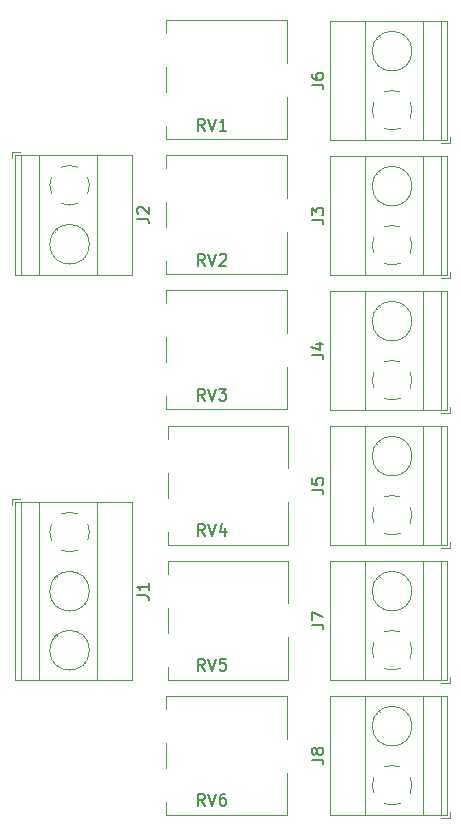
<source format=gbr>
%TF.GenerationSoftware,KiCad,Pcbnew,(5.1.10)-1*%
%TF.CreationDate,2021-08-17T16:01:40+03:00*%
%TF.ProjectId,Lamls_Type3,4c616d6c-735f-4547-9970-65332e6b6963,rev?*%
%TF.SameCoordinates,Original*%
%TF.FileFunction,Legend,Top*%
%TF.FilePolarity,Positive*%
%FSLAX46Y46*%
G04 Gerber Fmt 4.6, Leading zero omitted, Abs format (unit mm)*
G04 Created by KiCad (PCBNEW (5.1.10)-1) date 2021-08-17 16:01:40*
%MOMM*%
%LPD*%
G01*
G04 APERTURE LIST*
%ADD10C,0.120000*%
%ADD11C,0.150000*%
G04 APERTURE END LIST*
D10*
%TO.C,RV6*%
X170140000Y-125925000D02*
X170140000Y-129520000D01*
X170140000Y-119479000D02*
X170140000Y-123075000D01*
X159900000Y-128425000D02*
X159900000Y-129520000D01*
X159900000Y-123426000D02*
X159900000Y-125575000D01*
X159900000Y-119479000D02*
X159900000Y-120574000D01*
X159900000Y-129520000D02*
X170140000Y-129520000D01*
X159900000Y-119479000D02*
X170140000Y-119479000D01*
%TO.C,RV5*%
X170300000Y-114455000D02*
X170300000Y-118050000D01*
X170300000Y-108009000D02*
X170300000Y-111605000D01*
X160060000Y-116955000D02*
X160060000Y-118050000D01*
X160060000Y-111956000D02*
X160060000Y-114105000D01*
X160060000Y-108009000D02*
X160060000Y-109104000D01*
X160060000Y-118050000D02*
X170300000Y-118050000D01*
X160060000Y-108009000D02*
X170300000Y-108009000D01*
%TO.C,RV4*%
X170300000Y-103025000D02*
X170300000Y-106620000D01*
X170300000Y-96579000D02*
X170300000Y-100175000D01*
X160060000Y-105525000D02*
X160060000Y-106620000D01*
X160060000Y-100526000D02*
X160060000Y-102675000D01*
X160060000Y-96579000D02*
X160060000Y-97674000D01*
X160060000Y-106620000D02*
X170300000Y-106620000D01*
X160060000Y-96579000D02*
X170300000Y-96579000D01*
%TO.C,RV3*%
X170140000Y-91555000D02*
X170140000Y-95150000D01*
X170140000Y-85109000D02*
X170140000Y-88705000D01*
X159900000Y-94055000D02*
X159900000Y-95150000D01*
X159900000Y-89056000D02*
X159900000Y-91205000D01*
X159900000Y-85109000D02*
X159900000Y-86204000D01*
X159900000Y-95150000D02*
X170140000Y-95150000D01*
X159900000Y-85109000D02*
X170140000Y-85109000D01*
%TO.C,RV2*%
X170140000Y-80125000D02*
X170140000Y-83720000D01*
X170140000Y-73679000D02*
X170140000Y-77275000D01*
X159900000Y-82625000D02*
X159900000Y-83720000D01*
X159900000Y-77626000D02*
X159900000Y-79775000D01*
X159900000Y-73679000D02*
X159900000Y-74774000D01*
X159900000Y-83720000D02*
X170140000Y-83720000D01*
X159900000Y-73679000D02*
X170140000Y-73679000D01*
%TO.C,RV1*%
X170140000Y-68695000D02*
X170140000Y-72290000D01*
X170140000Y-62249000D02*
X170140000Y-65845000D01*
X159900000Y-71195000D02*
X159900000Y-72290000D01*
X159900000Y-66196000D02*
X159900000Y-68345000D01*
X159900000Y-62249000D02*
X159900000Y-63344000D01*
X159900000Y-72290000D02*
X170140000Y-72290000D01*
X159900000Y-62249000D02*
X170140000Y-62249000D01*
%TO.C,J8*%
X183970000Y-129800000D02*
X183970000Y-129300000D01*
X183230000Y-129800000D02*
X183970000Y-129800000D01*
X180093000Y-123227000D02*
X180139000Y-123274000D01*
X177795000Y-120930000D02*
X177831000Y-120965000D01*
X180309000Y-123034000D02*
X180344000Y-123069000D01*
X178001000Y-120725000D02*
X178047000Y-120772000D01*
X173809000Y-119440000D02*
X183730000Y-119440000D01*
X173809000Y-129560000D02*
X183730000Y-129560000D01*
X183730000Y-129560000D02*
X183730000Y-119440000D01*
X173809000Y-129560000D02*
X173809000Y-119440000D01*
X176769000Y-129560000D02*
X176769000Y-119440000D01*
X181670000Y-129560000D02*
X181670000Y-119440000D01*
X183170000Y-129560000D02*
X183170000Y-119440000D01*
X180750000Y-122000000D02*
G75*
G03*
X180750000Y-122000000I-1680000J0D01*
G01*
X180750253Y-126971195D02*
G75*
G02*
X180605000Y-127684000I-1680253J-28805D01*
G01*
X179753042Y-128535426D02*
G75*
G02*
X178386000Y-128535000I-683042J1535426D01*
G01*
X177534574Y-127683042D02*
G75*
G02*
X177535000Y-126316000I1535426J683042D01*
G01*
X178386958Y-125464574D02*
G75*
G02*
X179754000Y-125465000I683042J-1535426D01*
G01*
X180604756Y-126316682D02*
G75*
G02*
X180750000Y-127000000I-1534756J-683318D01*
G01*
%TO.C,J7*%
X183970000Y-118370000D02*
X183970000Y-117870000D01*
X183230000Y-118370000D02*
X183970000Y-118370000D01*
X180093000Y-111797000D02*
X180139000Y-111844000D01*
X177795000Y-109500000D02*
X177831000Y-109535000D01*
X180309000Y-111604000D02*
X180344000Y-111639000D01*
X178001000Y-109295000D02*
X178047000Y-109342000D01*
X173809000Y-108010000D02*
X183730000Y-108010000D01*
X173809000Y-118130000D02*
X183730000Y-118130000D01*
X183730000Y-118130000D02*
X183730000Y-108010000D01*
X173809000Y-118130000D02*
X173809000Y-108010000D01*
X176769000Y-118130000D02*
X176769000Y-108010000D01*
X181670000Y-118130000D02*
X181670000Y-108010000D01*
X183170000Y-118130000D02*
X183170000Y-108010000D01*
X180750000Y-110570000D02*
G75*
G03*
X180750000Y-110570000I-1680000J0D01*
G01*
X180750253Y-115541195D02*
G75*
G02*
X180605000Y-116254000I-1680253J-28805D01*
G01*
X179753042Y-117105426D02*
G75*
G02*
X178386000Y-117105000I-683042J1535426D01*
G01*
X177534574Y-116253042D02*
G75*
G02*
X177535000Y-114886000I1535426J683042D01*
G01*
X178386958Y-114034574D02*
G75*
G02*
X179754000Y-114035000I683042J-1535426D01*
G01*
X180604756Y-114886682D02*
G75*
G02*
X180750000Y-115570000I-1534756J-683318D01*
G01*
%TO.C,J6*%
X183970000Y-72650000D02*
X183970000Y-72150000D01*
X183230000Y-72650000D02*
X183970000Y-72650000D01*
X180093000Y-66077000D02*
X180139000Y-66124000D01*
X177795000Y-63780000D02*
X177831000Y-63815000D01*
X180309000Y-65884000D02*
X180344000Y-65919000D01*
X178001000Y-63575000D02*
X178047000Y-63622000D01*
X173809000Y-62290000D02*
X183730000Y-62290000D01*
X173809000Y-72410000D02*
X183730000Y-72410000D01*
X183730000Y-72410000D02*
X183730000Y-62290000D01*
X173809000Y-72410000D02*
X173809000Y-62290000D01*
X176769000Y-72410000D02*
X176769000Y-62290000D01*
X181670000Y-72410000D02*
X181670000Y-62290000D01*
X183170000Y-72410000D02*
X183170000Y-62290000D01*
X180750000Y-64850000D02*
G75*
G03*
X180750000Y-64850000I-1680000J0D01*
G01*
X180750253Y-69821195D02*
G75*
G02*
X180605000Y-70534000I-1680253J-28805D01*
G01*
X179753042Y-71385426D02*
G75*
G02*
X178386000Y-71385000I-683042J1535426D01*
G01*
X177534574Y-70533042D02*
G75*
G02*
X177535000Y-69166000I1535426J683042D01*
G01*
X178386958Y-68314574D02*
G75*
G02*
X179754000Y-68315000I683042J-1535426D01*
G01*
X180604756Y-69166682D02*
G75*
G02*
X180750000Y-69850000I-1534756J-683318D01*
G01*
%TO.C,J5*%
X183970000Y-106940000D02*
X183970000Y-106440000D01*
X183230000Y-106940000D02*
X183970000Y-106940000D01*
X180093000Y-100367000D02*
X180139000Y-100414000D01*
X177795000Y-98070000D02*
X177831000Y-98105000D01*
X180309000Y-100174000D02*
X180344000Y-100209000D01*
X178001000Y-97865000D02*
X178047000Y-97912000D01*
X173809000Y-96580000D02*
X183730000Y-96580000D01*
X173809000Y-106700000D02*
X183730000Y-106700000D01*
X183730000Y-106700000D02*
X183730000Y-96580000D01*
X173809000Y-106700000D02*
X173809000Y-96580000D01*
X176769000Y-106700000D02*
X176769000Y-96580000D01*
X181670000Y-106700000D02*
X181670000Y-96580000D01*
X183170000Y-106700000D02*
X183170000Y-96580000D01*
X180750000Y-99140000D02*
G75*
G03*
X180750000Y-99140000I-1680000J0D01*
G01*
X180750253Y-104111195D02*
G75*
G02*
X180605000Y-104824000I-1680253J-28805D01*
G01*
X179753042Y-105675426D02*
G75*
G02*
X178386000Y-105675000I-683042J1535426D01*
G01*
X177534574Y-104823042D02*
G75*
G02*
X177535000Y-103456000I1535426J683042D01*
G01*
X178386958Y-102604574D02*
G75*
G02*
X179754000Y-102605000I683042J-1535426D01*
G01*
X180604756Y-103456682D02*
G75*
G02*
X180750000Y-104140000I-1534756J-683318D01*
G01*
%TO.C,J4*%
X183970000Y-95510000D02*
X183970000Y-95010000D01*
X183230000Y-95510000D02*
X183970000Y-95510000D01*
X180093000Y-88937000D02*
X180139000Y-88984000D01*
X177795000Y-86640000D02*
X177831000Y-86675000D01*
X180309000Y-88744000D02*
X180344000Y-88779000D01*
X178001000Y-86435000D02*
X178047000Y-86482000D01*
X173809000Y-85150000D02*
X183730000Y-85150000D01*
X173809000Y-95270000D02*
X183730000Y-95270000D01*
X183730000Y-95270000D02*
X183730000Y-85150000D01*
X173809000Y-95270000D02*
X173809000Y-85150000D01*
X176769000Y-95270000D02*
X176769000Y-85150000D01*
X181670000Y-95270000D02*
X181670000Y-85150000D01*
X183170000Y-95270000D02*
X183170000Y-85150000D01*
X180750000Y-87710000D02*
G75*
G03*
X180750000Y-87710000I-1680000J0D01*
G01*
X180750253Y-92681195D02*
G75*
G02*
X180605000Y-93394000I-1680253J-28805D01*
G01*
X179753042Y-94245426D02*
G75*
G02*
X178386000Y-94245000I-683042J1535426D01*
G01*
X177534574Y-93393042D02*
G75*
G02*
X177535000Y-92026000I1535426J683042D01*
G01*
X178386958Y-91174574D02*
G75*
G02*
X179754000Y-91175000I683042J-1535426D01*
G01*
X180604756Y-92026682D02*
G75*
G02*
X180750000Y-92710000I-1534756J-683318D01*
G01*
%TO.C,J3*%
X183970000Y-84080000D02*
X183970000Y-83580000D01*
X183230000Y-84080000D02*
X183970000Y-84080000D01*
X180093000Y-77507000D02*
X180139000Y-77554000D01*
X177795000Y-75210000D02*
X177831000Y-75245000D01*
X180309000Y-77314000D02*
X180344000Y-77349000D01*
X178001000Y-75005000D02*
X178047000Y-75052000D01*
X173809000Y-73720000D02*
X183730000Y-73720000D01*
X173809000Y-83840000D02*
X183730000Y-83840000D01*
X183730000Y-83840000D02*
X183730000Y-73720000D01*
X173809000Y-83840000D02*
X173809000Y-73720000D01*
X176769000Y-83840000D02*
X176769000Y-73720000D01*
X181670000Y-83840000D02*
X181670000Y-73720000D01*
X183170000Y-83840000D02*
X183170000Y-73720000D01*
X180750000Y-76280000D02*
G75*
G03*
X180750000Y-76280000I-1680000J0D01*
G01*
X180750253Y-81251195D02*
G75*
G02*
X180605000Y-81964000I-1680253J-28805D01*
G01*
X179753042Y-82815426D02*
G75*
G02*
X178386000Y-82815000I-683042J1535426D01*
G01*
X177534574Y-81963042D02*
G75*
G02*
X177535000Y-80596000I1535426J683042D01*
G01*
X178386958Y-79744574D02*
G75*
G02*
X179754000Y-79745000I683042J-1535426D01*
G01*
X180604756Y-80596682D02*
G75*
G02*
X180750000Y-81280000I-1534756J-683318D01*
G01*
%TO.C,J2*%
X146865000Y-73400000D02*
X146865000Y-73900000D01*
X147605000Y-73400000D02*
X146865000Y-73400000D01*
X150742000Y-79973000D02*
X150696000Y-79926000D01*
X153040000Y-82270000D02*
X153004000Y-82235000D01*
X150526000Y-80166000D02*
X150491000Y-80131000D01*
X152834000Y-82475000D02*
X152788000Y-82428000D01*
X157026000Y-83760000D02*
X147105000Y-83760000D01*
X157026000Y-73640000D02*
X147105000Y-73640000D01*
X147105000Y-73640000D02*
X147105000Y-83760000D01*
X157026000Y-73640000D02*
X157026000Y-83760000D01*
X154066000Y-73640000D02*
X154066000Y-83760000D01*
X149165000Y-73640000D02*
X149165000Y-83760000D01*
X147665000Y-73640000D02*
X147665000Y-83760000D01*
X153445000Y-81200000D02*
G75*
G03*
X153445000Y-81200000I-1680000J0D01*
G01*
X150084747Y-76228805D02*
G75*
G02*
X150230000Y-75516000I1680253J28805D01*
G01*
X151081958Y-74664574D02*
G75*
G02*
X152449000Y-74665000I683042J-1535426D01*
G01*
X153300426Y-75516958D02*
G75*
G02*
X153300000Y-76884000I-1535426J-683042D01*
G01*
X152448042Y-77735426D02*
G75*
G02*
X151081000Y-77735000I-683042J1535426D01*
G01*
X150230244Y-76883318D02*
G75*
G02*
X150085000Y-76200000I1534756J683318D01*
G01*
%TO.C,J1*%
X146865000Y-102770000D02*
X146865000Y-103270000D01*
X147605000Y-102770000D02*
X146865000Y-102770000D01*
X150742000Y-114343000D02*
X150696000Y-114296000D01*
X153040000Y-116640000D02*
X153004000Y-116605000D01*
X150526000Y-114536000D02*
X150491000Y-114501000D01*
X152834000Y-116845000D02*
X152788000Y-116798000D01*
X150742000Y-109343000D02*
X150696000Y-109296000D01*
X153040000Y-111640000D02*
X153004000Y-111605000D01*
X150526000Y-109536000D02*
X150491000Y-109501000D01*
X152834000Y-111845000D02*
X152788000Y-111798000D01*
X157026000Y-118130000D02*
X147105000Y-118130000D01*
X157026000Y-103010000D02*
X147105000Y-103010000D01*
X147105000Y-103010000D02*
X147105000Y-118130000D01*
X157026000Y-103010000D02*
X157026000Y-118130000D01*
X154066000Y-103010000D02*
X154066000Y-118130000D01*
X149165000Y-103010000D02*
X149165000Y-118130000D01*
X147665000Y-103010000D02*
X147665000Y-118130000D01*
X153445000Y-115570000D02*
G75*
G03*
X153445000Y-115570000I-1680000J0D01*
G01*
X153445000Y-110570000D02*
G75*
G03*
X153445000Y-110570000I-1680000J0D01*
G01*
X150084747Y-105598805D02*
G75*
G02*
X150230000Y-104886000I1680253J28805D01*
G01*
X151081958Y-104034574D02*
G75*
G02*
X152449000Y-104035000I683042J-1535426D01*
G01*
X153300426Y-104886958D02*
G75*
G02*
X153300000Y-106254000I-1535426J-683042D01*
G01*
X152448042Y-107105426D02*
G75*
G02*
X151081000Y-107105000I-683042J1535426D01*
G01*
X150230244Y-106253318D02*
G75*
G02*
X150085000Y-105570000I1534756J683318D01*
G01*
%TO.C,RV6*%
D11*
X163234761Y-128722380D02*
X162901428Y-128246190D01*
X162663333Y-128722380D02*
X162663333Y-127722380D01*
X163044285Y-127722380D01*
X163139523Y-127770000D01*
X163187142Y-127817619D01*
X163234761Y-127912857D01*
X163234761Y-128055714D01*
X163187142Y-128150952D01*
X163139523Y-128198571D01*
X163044285Y-128246190D01*
X162663333Y-128246190D01*
X163520476Y-127722380D02*
X163853809Y-128722380D01*
X164187142Y-127722380D01*
X164949047Y-127722380D02*
X164758571Y-127722380D01*
X164663333Y-127770000D01*
X164615714Y-127817619D01*
X164520476Y-127960476D01*
X164472857Y-128150952D01*
X164472857Y-128531904D01*
X164520476Y-128627142D01*
X164568095Y-128674761D01*
X164663333Y-128722380D01*
X164853809Y-128722380D01*
X164949047Y-128674761D01*
X164996666Y-128627142D01*
X165044285Y-128531904D01*
X165044285Y-128293809D01*
X164996666Y-128198571D01*
X164949047Y-128150952D01*
X164853809Y-128103333D01*
X164663333Y-128103333D01*
X164568095Y-128150952D01*
X164520476Y-128198571D01*
X164472857Y-128293809D01*
%TO.C,RV5*%
X163234761Y-117292380D02*
X162901428Y-116816190D01*
X162663333Y-117292380D02*
X162663333Y-116292380D01*
X163044285Y-116292380D01*
X163139523Y-116340000D01*
X163187142Y-116387619D01*
X163234761Y-116482857D01*
X163234761Y-116625714D01*
X163187142Y-116720952D01*
X163139523Y-116768571D01*
X163044285Y-116816190D01*
X162663333Y-116816190D01*
X163520476Y-116292380D02*
X163853809Y-117292380D01*
X164187142Y-116292380D01*
X164996666Y-116292380D02*
X164520476Y-116292380D01*
X164472857Y-116768571D01*
X164520476Y-116720952D01*
X164615714Y-116673333D01*
X164853809Y-116673333D01*
X164949047Y-116720952D01*
X164996666Y-116768571D01*
X165044285Y-116863809D01*
X165044285Y-117101904D01*
X164996666Y-117197142D01*
X164949047Y-117244761D01*
X164853809Y-117292380D01*
X164615714Y-117292380D01*
X164520476Y-117244761D01*
X164472857Y-117197142D01*
%TO.C,RV4*%
X163234761Y-105862380D02*
X162901428Y-105386190D01*
X162663333Y-105862380D02*
X162663333Y-104862380D01*
X163044285Y-104862380D01*
X163139523Y-104910000D01*
X163187142Y-104957619D01*
X163234761Y-105052857D01*
X163234761Y-105195714D01*
X163187142Y-105290952D01*
X163139523Y-105338571D01*
X163044285Y-105386190D01*
X162663333Y-105386190D01*
X163520476Y-104862380D02*
X163853809Y-105862380D01*
X164187142Y-104862380D01*
X164949047Y-105195714D02*
X164949047Y-105862380D01*
X164710952Y-104814761D02*
X164472857Y-105529047D01*
X165091904Y-105529047D01*
%TO.C,RV3*%
X163234761Y-94432380D02*
X162901428Y-93956190D01*
X162663333Y-94432380D02*
X162663333Y-93432380D01*
X163044285Y-93432380D01*
X163139523Y-93480000D01*
X163187142Y-93527619D01*
X163234761Y-93622857D01*
X163234761Y-93765714D01*
X163187142Y-93860952D01*
X163139523Y-93908571D01*
X163044285Y-93956190D01*
X162663333Y-93956190D01*
X163520476Y-93432380D02*
X163853809Y-94432380D01*
X164187142Y-93432380D01*
X164425238Y-93432380D02*
X165044285Y-93432380D01*
X164710952Y-93813333D01*
X164853809Y-93813333D01*
X164949047Y-93860952D01*
X164996666Y-93908571D01*
X165044285Y-94003809D01*
X165044285Y-94241904D01*
X164996666Y-94337142D01*
X164949047Y-94384761D01*
X164853809Y-94432380D01*
X164568095Y-94432380D01*
X164472857Y-94384761D01*
X164425238Y-94337142D01*
%TO.C,RV2*%
X163234761Y-83002380D02*
X162901428Y-82526190D01*
X162663333Y-83002380D02*
X162663333Y-82002380D01*
X163044285Y-82002380D01*
X163139523Y-82050000D01*
X163187142Y-82097619D01*
X163234761Y-82192857D01*
X163234761Y-82335714D01*
X163187142Y-82430952D01*
X163139523Y-82478571D01*
X163044285Y-82526190D01*
X162663333Y-82526190D01*
X163520476Y-82002380D02*
X163853809Y-83002380D01*
X164187142Y-82002380D01*
X164472857Y-82097619D02*
X164520476Y-82050000D01*
X164615714Y-82002380D01*
X164853809Y-82002380D01*
X164949047Y-82050000D01*
X164996666Y-82097619D01*
X165044285Y-82192857D01*
X165044285Y-82288095D01*
X164996666Y-82430952D01*
X164425238Y-83002380D01*
X165044285Y-83002380D01*
%TO.C,RV1*%
X163234761Y-71572380D02*
X162901428Y-71096190D01*
X162663333Y-71572380D02*
X162663333Y-70572380D01*
X163044285Y-70572380D01*
X163139523Y-70620000D01*
X163187142Y-70667619D01*
X163234761Y-70762857D01*
X163234761Y-70905714D01*
X163187142Y-71000952D01*
X163139523Y-71048571D01*
X163044285Y-71096190D01*
X162663333Y-71096190D01*
X163520476Y-70572380D02*
X163853809Y-71572380D01*
X164187142Y-70572380D01*
X165044285Y-71572380D02*
X164472857Y-71572380D01*
X164758571Y-71572380D02*
X164758571Y-70572380D01*
X164663333Y-70715238D01*
X164568095Y-70810476D01*
X164472857Y-70858095D01*
%TO.C,J8*%
X172262380Y-124833333D02*
X172976666Y-124833333D01*
X173119523Y-124880952D01*
X173214761Y-124976190D01*
X173262380Y-125119047D01*
X173262380Y-125214285D01*
X172690952Y-124214285D02*
X172643333Y-124309523D01*
X172595714Y-124357142D01*
X172500476Y-124404761D01*
X172452857Y-124404761D01*
X172357619Y-124357142D01*
X172310000Y-124309523D01*
X172262380Y-124214285D01*
X172262380Y-124023809D01*
X172310000Y-123928571D01*
X172357619Y-123880952D01*
X172452857Y-123833333D01*
X172500476Y-123833333D01*
X172595714Y-123880952D01*
X172643333Y-123928571D01*
X172690952Y-124023809D01*
X172690952Y-124214285D01*
X172738571Y-124309523D01*
X172786190Y-124357142D01*
X172881428Y-124404761D01*
X173071904Y-124404761D01*
X173167142Y-124357142D01*
X173214761Y-124309523D01*
X173262380Y-124214285D01*
X173262380Y-124023809D01*
X173214761Y-123928571D01*
X173167142Y-123880952D01*
X173071904Y-123833333D01*
X172881428Y-123833333D01*
X172786190Y-123880952D01*
X172738571Y-123928571D01*
X172690952Y-124023809D01*
%TO.C,J7*%
X172262380Y-113403333D02*
X172976666Y-113403333D01*
X173119523Y-113450952D01*
X173214761Y-113546190D01*
X173262380Y-113689047D01*
X173262380Y-113784285D01*
X172262380Y-113022380D02*
X172262380Y-112355714D01*
X173262380Y-112784285D01*
%TO.C,J6*%
X172262380Y-67683333D02*
X172976666Y-67683333D01*
X173119523Y-67730952D01*
X173214761Y-67826190D01*
X173262380Y-67969047D01*
X173262380Y-68064285D01*
X172262380Y-66778571D02*
X172262380Y-66969047D01*
X172310000Y-67064285D01*
X172357619Y-67111904D01*
X172500476Y-67207142D01*
X172690952Y-67254761D01*
X173071904Y-67254761D01*
X173167142Y-67207142D01*
X173214761Y-67159523D01*
X173262380Y-67064285D01*
X173262380Y-66873809D01*
X173214761Y-66778571D01*
X173167142Y-66730952D01*
X173071904Y-66683333D01*
X172833809Y-66683333D01*
X172738571Y-66730952D01*
X172690952Y-66778571D01*
X172643333Y-66873809D01*
X172643333Y-67064285D01*
X172690952Y-67159523D01*
X172738571Y-67207142D01*
X172833809Y-67254761D01*
%TO.C,J5*%
X172262380Y-101973333D02*
X172976666Y-101973333D01*
X173119523Y-102020952D01*
X173214761Y-102116190D01*
X173262380Y-102259047D01*
X173262380Y-102354285D01*
X172262380Y-101020952D02*
X172262380Y-101497142D01*
X172738571Y-101544761D01*
X172690952Y-101497142D01*
X172643333Y-101401904D01*
X172643333Y-101163809D01*
X172690952Y-101068571D01*
X172738571Y-101020952D01*
X172833809Y-100973333D01*
X173071904Y-100973333D01*
X173167142Y-101020952D01*
X173214761Y-101068571D01*
X173262380Y-101163809D01*
X173262380Y-101401904D01*
X173214761Y-101497142D01*
X173167142Y-101544761D01*
%TO.C,J4*%
X172262380Y-90543333D02*
X172976666Y-90543333D01*
X173119523Y-90590952D01*
X173214761Y-90686190D01*
X173262380Y-90829047D01*
X173262380Y-90924285D01*
X172595714Y-89638571D02*
X173262380Y-89638571D01*
X172214761Y-89876666D02*
X172929047Y-90114761D01*
X172929047Y-89495714D01*
%TO.C,J3*%
X172262380Y-79113333D02*
X172976666Y-79113333D01*
X173119523Y-79160952D01*
X173214761Y-79256190D01*
X173262380Y-79399047D01*
X173262380Y-79494285D01*
X172262380Y-78732380D02*
X172262380Y-78113333D01*
X172643333Y-78446666D01*
X172643333Y-78303809D01*
X172690952Y-78208571D01*
X172738571Y-78160952D01*
X172833809Y-78113333D01*
X173071904Y-78113333D01*
X173167142Y-78160952D01*
X173214761Y-78208571D01*
X173262380Y-78303809D01*
X173262380Y-78589523D01*
X173214761Y-78684761D01*
X173167142Y-78732380D01*
%TO.C,J2*%
X157477380Y-79033333D02*
X158191666Y-79033333D01*
X158334523Y-79080952D01*
X158429761Y-79176190D01*
X158477380Y-79319047D01*
X158477380Y-79414285D01*
X157572619Y-78604761D02*
X157525000Y-78557142D01*
X157477380Y-78461904D01*
X157477380Y-78223809D01*
X157525000Y-78128571D01*
X157572619Y-78080952D01*
X157667857Y-78033333D01*
X157763095Y-78033333D01*
X157905952Y-78080952D01*
X158477380Y-78652380D01*
X158477380Y-78033333D01*
%TO.C,J1*%
X157477380Y-110903333D02*
X158191666Y-110903333D01*
X158334523Y-110950952D01*
X158429761Y-111046190D01*
X158477380Y-111189047D01*
X158477380Y-111284285D01*
X158477380Y-109903333D02*
X158477380Y-110474761D01*
X158477380Y-110189047D02*
X157477380Y-110189047D01*
X157620238Y-110284285D01*
X157715476Y-110379523D01*
X157763095Y-110474761D01*
%TD*%
M02*

</source>
